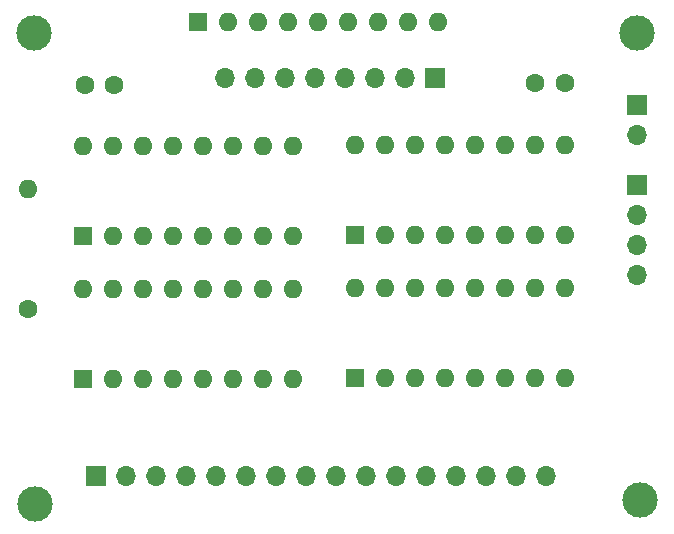
<source format=gbr>
%TF.GenerationSoftware,KiCad,Pcbnew,(5.1.9-0-10_14)*%
%TF.CreationDate,2021-04-21T15:02:01-04:00*%
%TF.ProjectId,MAR,4d41522e-6b69-4636-9164-5f7063625858,rev?*%
%TF.SameCoordinates,Original*%
%TF.FileFunction,Soldermask,Bot*%
%TF.FilePolarity,Negative*%
%FSLAX46Y46*%
G04 Gerber Fmt 4.6, Leading zero omitted, Abs format (unit mm)*
G04 Created by KiCad (PCBNEW (5.1.9-0-10_14)) date 2021-04-21 15:02:01*
%MOMM*%
%LPD*%
G01*
G04 APERTURE LIST*
%ADD10O,1.600000X1.600000*%
%ADD11R,1.600000X1.600000*%
%ADD12C,1.600000*%
%ADD13C,3.000000*%
%ADD14O,1.700000X1.700000*%
%ADD15R,1.700000X1.700000*%
G04 APERTURE END LIST*
D10*
%TO.C,RN1*%
X116636800Y-23876000D03*
X114096800Y-23876000D03*
X111556800Y-23876000D03*
X109016800Y-23876000D03*
X106476800Y-23876000D03*
X103936800Y-23876000D03*
X101396800Y-23876000D03*
X98856800Y-23876000D03*
D11*
X96316800Y-23876000D03*
%TD*%
D10*
%TO.C,R1*%
X81991200Y-37998400D03*
D12*
X81991200Y-48158400D03*
%TD*%
D13*
%TO.C,REF\u002A\u002A*%
X133807200Y-64312800D03*
%TD*%
%TO.C,REF\u002A\u002A*%
X82550000Y-64617600D03*
%TD*%
%TO.C,REF\u002A\u002A*%
X82448400Y-24739600D03*
%TD*%
%TO.C,REF\u002A\u002A*%
X133553200Y-24790400D03*
%TD*%
D14*
%TO.C,J4*%
X125780800Y-62280800D03*
X123240800Y-62280800D03*
X120700800Y-62280800D03*
X118160800Y-62280800D03*
X115620800Y-62280800D03*
X113080800Y-62280800D03*
X110540800Y-62280800D03*
X108000800Y-62280800D03*
X105460800Y-62280800D03*
X102920800Y-62280800D03*
X100380800Y-62280800D03*
X97840800Y-62280800D03*
X95300800Y-62280800D03*
X92760800Y-62280800D03*
X90220800Y-62280800D03*
D15*
X87680800Y-62280800D03*
%TD*%
D10*
%TO.C,U4*%
X109626400Y-34239200D03*
X127406400Y-41859200D03*
X112166400Y-34239200D03*
X124866400Y-41859200D03*
X114706400Y-34239200D03*
X122326400Y-41859200D03*
X117246400Y-34239200D03*
X119786400Y-41859200D03*
X119786400Y-34239200D03*
X117246400Y-41859200D03*
X122326400Y-34239200D03*
X114706400Y-41859200D03*
X124866400Y-34239200D03*
X112166400Y-41859200D03*
X127406400Y-34239200D03*
D11*
X109626400Y-41859200D03*
%TD*%
D10*
%TO.C,U3*%
X109626400Y-46380400D03*
X127406400Y-54000400D03*
X112166400Y-46380400D03*
X124866400Y-54000400D03*
X114706400Y-46380400D03*
X122326400Y-54000400D03*
X117246400Y-46380400D03*
X119786400Y-54000400D03*
X119786400Y-46380400D03*
X117246400Y-54000400D03*
X122326400Y-46380400D03*
X114706400Y-54000400D03*
X124866400Y-46380400D03*
X112166400Y-54000400D03*
X127406400Y-46380400D03*
D11*
X109626400Y-54000400D03*
%TD*%
D10*
%TO.C,U2*%
X86614000Y-34340800D03*
X104394000Y-41960800D03*
X89154000Y-34340800D03*
X101854000Y-41960800D03*
X91694000Y-34340800D03*
X99314000Y-41960800D03*
X94234000Y-34340800D03*
X96774000Y-41960800D03*
X96774000Y-34340800D03*
X94234000Y-41960800D03*
X99314000Y-34340800D03*
X91694000Y-41960800D03*
X101854000Y-34340800D03*
X89154000Y-41960800D03*
X104394000Y-34340800D03*
D11*
X86614000Y-41960800D03*
%TD*%
D10*
%TO.C,U1*%
X86614000Y-46431200D03*
X104394000Y-54051200D03*
X89154000Y-46431200D03*
X101854000Y-54051200D03*
X91694000Y-46431200D03*
X99314000Y-54051200D03*
X94234000Y-46431200D03*
X96774000Y-54051200D03*
X96774000Y-46431200D03*
X94234000Y-54051200D03*
X99314000Y-46431200D03*
X91694000Y-54051200D03*
X101854000Y-46431200D03*
X89154000Y-54051200D03*
X104394000Y-46431200D03*
D11*
X86614000Y-54051200D03*
%TD*%
D14*
%TO.C,J3*%
X98602800Y-28600400D03*
X101142800Y-28600400D03*
X103682800Y-28600400D03*
X106222800Y-28600400D03*
X108762800Y-28600400D03*
X111302800Y-28600400D03*
X113842800Y-28600400D03*
D15*
X116382800Y-28600400D03*
%TD*%
D14*
%TO.C,J2*%
X133553200Y-45262800D03*
X133553200Y-42722800D03*
X133553200Y-40182800D03*
D15*
X133553200Y-37642800D03*
%TD*%
D14*
%TO.C,J1*%
X133553200Y-33375600D03*
D15*
X133553200Y-30835600D03*
%TD*%
D12*
%TO.C,C2*%
X89266400Y-29210000D03*
X86766400Y-29210000D03*
%TD*%
%TO.C,C1*%
X127417200Y-29006800D03*
X124917200Y-29006800D03*
%TD*%
M02*

</source>
